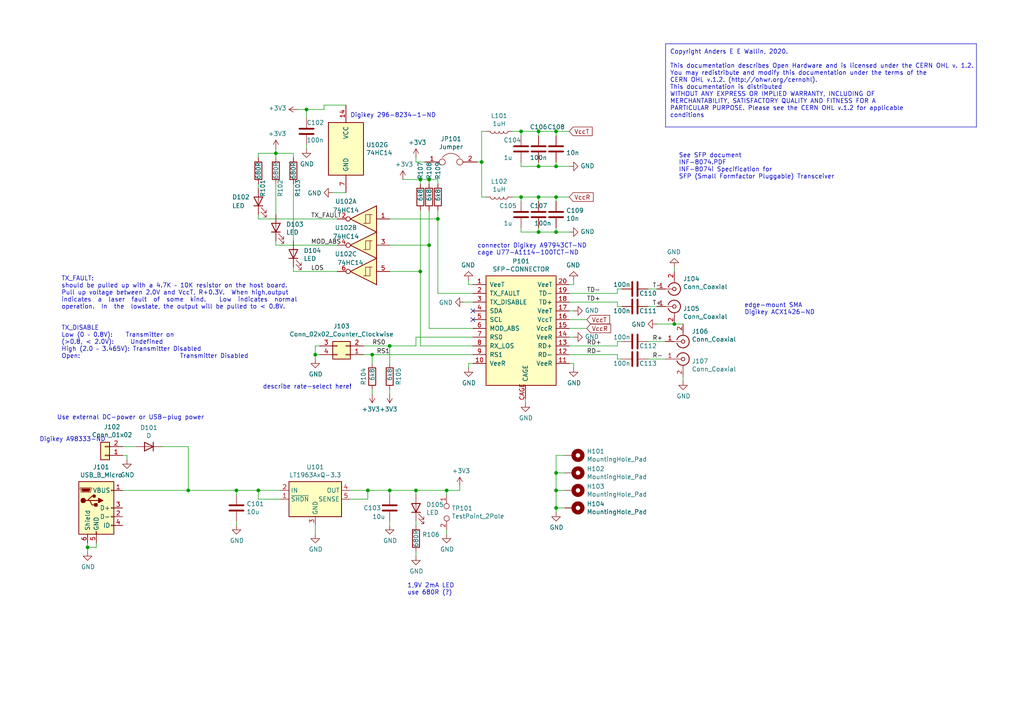
<source format=kicad_sch>
(kicad_sch (version 20230121) (generator eeschema)
  (paper "A4")
  (title_block (title "SFP Breakout Board") (rev "2018.11") (company "Anders.e.e.Wallin \"at\" gmail.com") (comment 1 "1st PCB-run 2018-11-25"))
  (lib_symbols
    (symbol "74xx:74HC14" (pin_names (offset 1.016))
      (property "Reference" "U" (at 0 1.27 0))
      (property "Value" "74HC14" (at 0 -1.27 0))
      (symbol "74HC14_1_0"
        (polyline (pts (xy -3.81 3.81) (xy -3.81 -3.81) (xy 3.81 0) (xy -3.81 3.81)) (stroke (width 0.254)) (fill (type background)))
        (pin input line (at -7.62 0 0) (length 3.81) (name "~") (number "1"))
        (pin output inverted (at 7.62 0 180) (length 3.81) (name "~") (number "2"))
      )
      (symbol "74HC14_1_1"
        (polyline (pts (xy -1.905 -1.27) (xy -1.905 1.27) (xy -0.635 1.27)))
        (polyline (pts (xy -2.54 -1.27) (xy -0.635 -1.27) (xy -0.635 1.27) (xy 0 1.27)))
      )
      (symbol "74HC14_2_0"
        (polyline (pts (xy -3.81 3.81) (xy -3.81 -3.81) (xy 3.81 0) (xy -3.81 3.81)) (stroke (width 0.254)) (fill (type background)))
        (pin input line (at -7.62 0 0) (length 3.81) (name "~") (number "3"))
        (pin output inverted (at 7.62 0 180) (length 3.81) (name "~") (number "4"))
      )
      (symbol "74HC14_2_1"
        (polyline (pts (xy -1.905 -1.27) (xy -1.905 1.27) (xy -0.635 1.27)))
        (polyline (pts (xy -2.54 -1.27) (xy -0.635 -1.27) (xy -0.635 1.27) (xy 0 1.27)))
      )
      (symbol "74HC14_3_0"
        (polyline (pts (xy -3.81 3.81) (xy -3.81 -3.81) (xy 3.81 0) (xy -3.81 3.81)) (stroke (width 0.254)) (fill (type background)))
        (pin input line (at -7.62 0 0) (length 3.81) (name "~") (number "5"))
        (pin output inverted (at 7.62 0 180) (length 3.81) (name "~") (number "6"))
      )
      (symbol "74HC14_3_1"
        (polyline (pts (xy -1.905 -1.27) (xy -1.905 1.27) (xy -0.635 1.27)))
        (polyline (pts (xy -2.54 -1.27) (xy -0.635 -1.27) (xy -0.635 1.27) (xy 0 1.27)))
      )
      (symbol "74HC14_4_0"
        (polyline (pts (xy -3.81 3.81) (xy -3.81 -3.81) (xy 3.81 0) (xy -3.81 3.81)) (stroke (width 0.254)) (fill (type background)))
        (pin output inverted (at 7.62 0 180) (length 3.81) (name "~") (number "8"))
        (pin input line (at -7.62 0 0) (length 3.81) (name "~") (number "9"))
      )
      (symbol "74HC14_4_1"
        (polyline (pts (xy -1.905 -1.27) (xy -1.905 1.27) (xy -0.635 1.27)))
        (polyline (pts (xy -2.54 -1.27) (xy -0.635 -1.27) (xy -0.635 1.27) (xy 0 1.27)))
      )
      (symbol "74HC14_5_0"
        (polyline (pts (xy -3.81 3.81) (xy -3.81 -3.81) (xy 3.81 0) (xy -3.81 3.81)) (stroke (width 0.254)) (fill (type background)))
        (pin output inverted (at 7.62 0 180) (length 3.81) (name "~") (number "10"))
        (pin input line (at -7.62 0 0) (length 3.81) (name "~") (number "11"))
      )
      (symbol "74HC14_5_1"
        (polyline (pts (xy -1.905 -1.27) (xy -1.905 1.27) (xy -0.635 1.27)))
        (polyline (pts (xy -2.54 -1.27) (xy -0.635 -1.27) (xy -0.635 1.27) (xy 0 1.27)))
      )
      (symbol "74HC14_6_0"
        (polyline (pts (xy -3.81 3.81) (xy -3.81 -3.81) (xy 3.81 0) (xy -3.81 3.81)) (stroke (width 0.254)) (fill (type background)))
        (pin output inverted (at 7.62 0 180) (length 3.81) (name "~") (number "12"))
        (pin input line (at -7.62 0 0) (length 3.81) (name "~") (number "13"))
      )
      (symbol "74HC14_6_1"
        (polyline (pts (xy -1.905 -1.27) (xy -1.905 1.27) (xy -0.635 1.27)))
        (polyline (pts (xy -2.54 -1.27) (xy -0.635 -1.27) (xy -0.635 1.27) (xy 0 1.27)))
      )
      (symbol "74HC14_7_0"
        (pin power_in line (at 0 12.7 270) (length 5.08) (name "VCC") (number "14"))
        (pin power_in line (at 0 -12.7 90) (length 5.08) (name "GND") (number "7"))
      )
      (symbol "74HC14_7_1"
        (rectangle (start -5.08 7.62) (end 5.08 -7.62) (stroke (width 0.254)) (fill (type background)))
      )
    )
    (symbol "Connector:Conn_Coaxial" (pin_names (offset 1.016) hide)
      (property "Reference" "J" (at 0.254 3.048 0))
      (property "Value" "Conn_Coaxial" (at 2.921 0 90))
      (symbol "Conn_Coaxial_0_1"
        (arc (start -1.778 -0.508) (mid 0.2311 -1.8066) (end 1.778 0) (stroke (width 0.254)))
        (polyline (pts (xy -2.54 0) (xy -0.508 0)))
        (polyline (pts (xy 0 -2.54) (xy 0 -1.778)))
        (circle (center 0 0) (radius 0.508) (stroke (width 0.2032)))
        (arc (start 1.778 0) (mid 0.2099 1.8101) (end -1.778 0.508) (stroke (width 0.254)))
      )
      (symbol "Conn_Coaxial_1_1"
        (pin passive line (at -5.08 0 0) (length 2.54) (name "In") (number "1"))
        (pin passive line (at 0 -5.08 90) (length 2.54) (name "Ext") (number "2"))
      )
    )
    (symbol "Connector:TestPoint_2Pole" (pin_names (offset 0.762) hide)
      (property "Reference" "TP" (at 0 1.524 0))
      (property "Value" "TestPoint_2Pole" (at 0 -1.778 0))
      (symbol "TestPoint_2Pole_0_1"
        (circle (center -1.778 0) (radius 0.762))
        (circle (center 1.778 0) (radius 0.762))
        (pin passive line (at -5.08 0 0) (length 2.54) (name "1") (number "1"))
        (pin passive line (at 5.08 0 180) (length 2.54) (name "2") (number "2"))
      )
    )
    (symbol "Connector_Generic:Conn_01x02" (pin_names (offset 1.016) hide)
      (property "Reference" "J" (at 0 2.54 0))
      (property "Value" "Conn_01x02" (at 0 -5.08 0))
      (symbol "Conn_01x02_1_1"
        (rectangle (start -1.27 -2.413) (end 0 -2.667) (stroke (width 0.1524)))
        (rectangle (start -1.27 0.127) (end 0 -0.127) (stroke (width 0.1524)))
        (rectangle (start -1.27 1.27) (end 1.27 -3.81) (stroke (width 0.254)) (fill (type background)))
        (pin passive line (at -5.08 0 0) (length 3.81) (name "Pin_1") (number "1"))
        (pin passive line (at -5.08 -2.54 0) (length 3.81) (name "Pin_2") (number "2"))
      )
    )
    (symbol "Connector_Generic:Conn_02x02_Counter_Clockwise" (pin_names (offset 1.016) hide)
      (property "Reference" "J" (at 1.27 2.54 0))
      (property "Value" "Conn_02x02_Counter_Clockwise" (at 1.27 -5.08 0))
      (symbol "Conn_02x02_Counter_Clockwise_1_1"
        (rectangle (start -1.27 -2.413) (end 0 -2.667) (stroke (width 0.1524)))
        (rectangle (start -1.27 0.127) (end 0 -0.127) (stroke (width 0.1524)))
        (rectangle (start -1.27 1.27) (end 3.81 -3.81) (stroke (width 0.254)) (fill (type background)))
        (rectangle (start 3.81 -2.413) (end 2.54 -2.667) (stroke (width 0.1524)))
        (rectangle (start 3.81 0.127) (end 2.54 -0.127) (stroke (width 0.1524)))
        (pin passive line (at -5.08 0 0) (length 3.81) (name "Pin_1") (number "1"))
        (pin passive line (at -5.08 -2.54 0) (length 3.81) (name "Pin_2") (number "2"))
        (pin passive line (at 7.62 -2.54 180) (length 3.81) (name "Pin_3") (number "3"))
        (pin passive line (at 7.62 0 180) (length 3.81) (name "Pin_4") (number "4"))
      )
    )
    (symbol "Device:C" (pin_numbers hide) (pin_names (offset 0.254))
      (property "Reference" "C" (at 0.635 2.54 0))
      (property "Value" "C" (at 0.635 -2.54 0))
      (symbol "C_0_1"
        (polyline (pts (xy -2.032 -0.762) (xy 2.032 -0.762)) (stroke (width 0.508)))
        (polyline (pts (xy -2.032 0.762) (xy 2.032 0.762)) (stroke (width 0.508)))
      )
      (symbol "C_1_1"
        (pin passive line (at 0 3.81 270) (length 2.794) (name "~") (number "1"))
        (pin passive line (at 0 -3.81 90) (length 2.794) (name "~") (number "2"))
      )
    )
    (symbol "Device:D" (pin_numbers hide) (pin_names (offset 1.016) hide)
      (property "Reference" "D" (at 0 2.54 0))
      (property "Value" "D" (at 0 -2.54 0))
      (symbol "D_0_1"
        (polyline (pts (xy -1.27 1.27) (xy -1.27 -1.27)) (stroke (width 0.254)))
        (polyline (pts (xy 1.27 0) (xy -1.27 0)))
        (polyline (pts (xy 1.27 1.27) (xy 1.27 -1.27) (xy -1.27 0) (xy 1.27 1.27)) (stroke (width 0.254)))
      )
      (symbol "D_1_1"
        (pin passive line (at -3.81 0 0) (length 2.54) (name "K") (number "1"))
        (pin passive line (at 3.81 0 180) (length 2.54) (name "A") (number "2"))
      )
    )
    (symbol "Device:L" (pin_numbers hide) (pin_names (offset 1.016) hide)
      (property "Reference" "L" (at -1.27 0 90))
      (property "Value" "L" (at 1.905 0 90))
      (symbol "L_0_1"
        (arc (start 0 -2.54) (mid 0.6323 -1.905) (end 0 -1.27))
        (arc (start 0 -1.27) (mid 0.6323 -0.635) (end 0 0))
        (arc (start 0 0) (mid 0.6323 0.635) (end 0 1.27))
        (arc (start 0 1.27) (mid 0.6323 1.905) (end 0 2.54))
      )
      (symbol "L_1_1"
        (pin passive line (at 0 3.81 270) (length 1.27) (name "1") (number "1"))
        (pin passive line (at 0 -3.81 90) (length 1.27) (name "2") (number "2"))
      )
    )
    (symbol "Device:LED" (pin_numbers hide) (pin_names (offset 1.016) hide)
      (property "Reference" "D" (at 0 2.54 0))
      (property "Value" "LED" (at 0 -2.54 0))
      (symbol "LED_0_1"
        (polyline (pts (xy -1.27 -1.27) (xy -1.27 1.27)) (stroke (width 0.254)))
        (polyline (pts (xy -1.27 0) (xy 1.27 0)))
        (polyline (pts (xy 1.27 -1.27) (xy 1.27 1.27) (xy -1.27 0) (xy 1.27 -1.27)) (stroke (width 0.254)))
        (polyline (pts (xy -3.048 -0.762) (xy -4.572 -2.286) (xy -3.81 -2.286) (xy -4.572 -2.286) (xy -4.572 -1.524)))
        (polyline (pts (xy -1.778 -0.762) (xy -3.302 -2.286) (xy -2.54 -2.286) (xy -3.302 -2.286) (xy -3.302 -1.524)))
      )
      (symbol "LED_1_1"
        (pin passive line (at -3.81 0 0) (length 2.54) (name "K") (number "1"))
        (pin passive line (at 3.81 0 180) (length 2.54) (name "A") (number "2"))
      )
    )
    (symbol "Device:R" (pin_numbers hide) (pin_names (offset 0))
      (property "Reference" "R" (at 2.032 0 90))
      (property "Value" "R" (at 0 0 90))
      (symbol "R_0_1"
        (rectangle (start -1.016 -2.54) (end 1.016 2.54) (stroke (width 0.254)))
      )
      (symbol "R_1_1"
        (pin passive line (at 0 3.81 270) (length 1.27) (name "~") (number "1"))
        (pin passive line (at 0 -3.81 90) (length 1.27) (name "~") (number "2"))
      )
    )
    (symbol "Mechanical:MountingHole_Pad" (pin_numbers hide) (pin_names (offset 1.016) hide)
      (property "Reference" "H" (at 0 6.35 0))
      (property "Value" "MountingHole_Pad" (at 0 4.445 0))
      (symbol "MountingHole_Pad_0_1"
        (circle (center 0 1.27) (radius 1.27) (stroke (width 1.27)))
      )
      (symbol "MountingHole_Pad_1_1"
        (pin input line (at 0 -2.54 90) (length 2.54) (name "1") (number "1"))
      )
    )
    (symbol "Regulator_Linear:LT1963AxQ-3.3"
      (property "Reference" "U" (at -7.62 6.35 0))
      (property "Value" "LT1963AxQ-3.3" (at -1.27 6.35 0))
      (symbol "LT1963AxQ-3.3_0_1"
        (rectangle (start -7.62 5.08) (end 7.62 -5.08) (stroke (width 0.254)) (fill (type background)))
      )
      (symbol "LT1963AxQ-3.3_1_1"
        (pin input line (at -10.16 0 0) (length 2.54) (name "~{SHDN}") (number "1"))
        (pin power_in line (at -10.16 2.54 0) (length 2.54) (name "IN") (number "2"))
        (pin power_in line (at 0 -7.62 90) (length 2.54) (name "GND") (number "3"))
        (pin power_out line (at 10.16 2.54 180) (length 2.54) (name "OUT") (number "4"))
        (pin input line (at 10.16 0 180) (length 2.54) (name "SENSE") (number "5"))
      )
    )
    (symbol "SFP_breakout-rescue:Jumper-Device" (pin_names (offset 0.762) hide)
      (property "Reference" "JP" (at 0 3.81 0))
      (property "Value" "Jumper-Device" (at 0 -2.032 0))
      (symbol "Jumper-Device_0_1"
        (circle (center -2.54 0) (radius 0.889))
        (arc (start 2.5146 1.27) (mid 0.0078 2.5097) (end -2.4892 1.27))
        (circle (center 2.54 0) (radius 0.889))
        (pin passive line (at -7.62 0 0) (length 4.191) (name "1") (number "1"))
        (pin passive line (at 7.62 0 180) (length 4.191) (name "2") (number "2"))
      )
    )
    (symbol "SFP_breakout-rescue:SFP-CONNECTOR-awallin" (pin_names (offset 1.016))
      (property "Reference" "P" (at 0 27.94 0))
      (property "Value" "SFP-CONNECTOR-awallin" (at 10.16 -7.62 0))
      (symbol "SFP-CONNECTOR-awallin_0_1"
        (rectangle (start -11.43 25.4) (end 8.89 -6.35) (stroke (width 0.254)) (fill (type background)))
      )
      (symbol "SFP-CONNECTOR-awallin_1_1"
        (pin power_in line (at -15.24 22.86 0) (length 3.81) (name "VeeT") (number "1"))
        (pin power_in line (at -15.24 0 0) (length 3.81) (name "VeeR") (number "10"))
        (pin power_in line (at 12.7 0 180) (length 3.81) (name "VeeR") (number "11"))
        (pin output line (at 12.7 2.54 180) (length 3.81) (name "RD-") (number "12"))
        (pin output line (at 12.7 5.08 180) (length 3.81) (name "RD+") (number "13"))
        (pin power_in line (at 12.7 7.62 180) (length 3.81) (name "VeeR") (number "14"))
        (pin power_in line (at 12.7 10.16 180) (length 3.81) (name "VccR") (number "15"))
        (pin power_in line (at 12.7 12.7 180) (length 3.81) (name "VccT") (number "16"))
        (pin power_in line (at 12.7 15.24 180) (length 3.81) (name "VeeT") (number "17"))
        (pin input line (at 12.7 17.78 180) (length 3.81) (name "TD+") (number "18"))
        (pin input line (at 12.7 20.32 180) (length 3.81) (name "TD-") (number "19"))
        (pin output line (at -15.24 20.32 0) (length 3.81) (name "TX_FAULT") (number "2"))
        (pin power_in line (at 12.7 22.86 180) (length 3.81) (name "VeeT") (number "20"))
        (pin input line (at -15.24 17.78 0) (length 3.81) (name "TX_DISABLE") (number "3"))
        (pin bidirectional line (at -15.24 15.24 0) (length 3.81) (name "SDA") (number "4"))
        (pin bidirectional line (at -15.24 12.7 0) (length 3.81) (name "SCL") (number "5"))
        (pin passive line (at -15.24 10.16 0) (length 3.81) (name "MOD_ABS") (number "6"))
        (pin input line (at -15.24 7.62 0) (length 3.81) (name "RS0") (number "7"))
        (pin output line (at -15.24 5.08 0) (length 3.81) (name "RX_LOS") (number "8"))
        (pin input line (at -15.24 2.54 0) (length 3.81) (name "RS1") (number "9"))
        (pin power_in line (at 0 -10.16 90) (length 3.81) (name "CAGE") (number "CAGE"))
      )
    )
    (symbol "SFP_breakout-rescue:USB_B_Micro-Connector" (pin_names (offset 1.016))
      (property "Reference" "J" (at -5.08 11.43 0))
      (property "Value" "USB_B_Micro-Connector" (at -5.08 8.89 0))
      (symbol "USB_B_Micro-Connector_0_1"
        (rectangle (start -5.08 -7.62) (end 5.08 7.62) (stroke (width 0.254)) (fill (type background)))
        (circle (center -3.81 2.159) (radius 0.635) (stroke (width 0.254)) (fill (type outline)))
        (circle (center -0.635 3.429) (radius 0.381) (stroke (width 0.254)) (fill (type outline)))
        (rectangle (start -0.127 -7.62) (end 0.127 -6.858))
        (polyline (pts (xy -1.905 2.159) (xy 0.635 2.159)) (stroke (width 0.254)))
        (polyline (pts (xy -3.175 2.159) (xy -2.54 2.159) (xy -1.27 3.429) (xy -0.635 3.429)) (stroke (width 0.254)))
        (polyline (pts (xy -2.54 2.159) (xy -1.905 2.159) (xy -1.27 0.889) (xy 0 0.889)) (stroke (width 0.254)))
        (polyline (pts (xy 0.635 2.794) (xy 0.635 1.524) (xy 1.905 2.159) (xy 0.635 2.794)) (stroke (width 0.254)) (fill (type outline)))
        (polyline (pts (xy -4.318 5.588) (xy -1.778 5.588) (xy -2.032 4.826) (xy -4.064 4.826) (xy -4.318 5.588)) (fill (type outline)))
        (polyline (pts (xy -4.699 5.842) (xy -4.699 5.588) (xy -4.445 4.826) (xy -4.445 4.572) (xy -1.651 4.572) (xy -1.651 4.826) (xy -1.397 5.588) (xy -1.397 5.842) (xy -4.699 5.842)))
        (rectangle (start 0.254 1.27) (end -0.508 0.508) (stroke (width 0.254)) (fill (type outline)))
        (rectangle (start 5.08 -5.207) (end 4.318 -4.953))
        (rectangle (start 5.08 -2.667) (end 4.318 -2.413))
        (rectangle (start 5.08 -0.127) (end 4.318 0.127))
        (rectangle (start 5.08 4.953) (end 4.318 5.207))
      )
      (symbol "USB_B_Micro-Connector_1_1"
        (pin power_out line (at 7.62 5.08 180) (length 2.54) (name "VBUS") (number "1"))
        (pin passive line (at 7.62 -2.54 180) (length 2.54) (name "D-") (number "2"))
        (pin passive line (at 7.62 0 180) (length 2.54) (name "D+") (number "3"))
        (pin passive line (at 7.62 -5.08 180) (length 2.54) (name "ID") (number "4"))
        (pin power_out line (at 0 -10.16 90) (length 2.54) (name "GND") (number "5"))
        (pin passive line (at -2.54 -10.16 90) (length 2.54) (name "Shield") (number "6"))
      )
    )
    (symbol "power:+3V3" (power) (pin_names (offset 0))
      (property "Value" "+3V3" (at 0 3.556 0))
      (symbol "+3V3_0_1"
        (polyline (pts (xy -0.762 1.27) (xy 0 2.54)))
        (polyline (pts (xy 0 0) (xy 0 2.54)))
        (polyline (pts (xy 0 2.54) (xy 0.762 1.27)))
      )
      (symbol "+3V3_1_1"
        (pin power_in line (at 0 0 90) (length 0) hide (name "+3V3") (number "1"))
      )
    )
    (symbol "power:GND" (power) (pin_names (offset 0))
      (property "Value" "GND" (at 0 -3.81 0))
      (symbol "GND_0_1"
        (polyline (pts (xy 0 0) (xy 0 -1.27) (xy 1.27 -1.27) (xy 0 -2.54) (xy -1.27 -1.27) (xy 0 -1.27)))
      )
      (symbol "GND_1_1"
        (pin power_in line (at 0 0 270) (length 0) hide (name "GND") (number "1"))
      )
    )
  )
  (junction (at 127 63.5))
  (junction (at 151.13 38.1))
  (junction (at 161.29 137.16))
  (junction (at 25.4 158.75))
  (junction (at 156.21 57.15))
  (junction (at 113.03 100.33))
  (junction (at 106.68 142.24))
  (junction (at 156.21 48.26))
  (junction (at 161.29 67.31))
  (junction (at 74.93 142.24))
  (junction (at 124.46 52.07))
  (junction (at 161.29 38.1))
  (junction (at 120.65 142.24))
  (junction (at 68.58 142.24))
  (junction (at 129.54 142.24))
  (junction (at 121.92 52.07))
  (junction (at 151.13 57.15))
  (junction (at 80.01 44.45))
  (junction (at 121.92 78.74))
  (junction (at 124.46 71.12))
  (junction (at 161.29 57.15))
  (junction (at 88.9 31.75))
  (junction (at 91.44 102.87))
  (junction (at 107.95 102.87))
  (junction (at 139.7 46.99))
  (junction (at 113.03 142.24))
  (junction (at 161.29 48.26))
  (junction (at 161.29 147.32))
  (junction (at 161.29 142.24))
  (junction (at 195.58 93.98))
  (junction (at 156.21 67.31))
  (junction (at 156.21 38.1))
  (junction (at 54.61 142.24))
  (no_connect (at 137.16 90.17))
  (no_connect (at 137.16 92.71))
  (wire (pts (xy 135.89 105.41) (xy 135.89 106.68)))
  (polyline (pts (xy 283.21 36.83) (xy 193.04 36.83)))
  (wire (pts (xy 91.44 100.33) (xy 91.44 102.87)))
  (wire (pts (xy 179.07 87.63) (xy 165.1 87.63)))
  (wire (pts (xy 80.01 44.45) (xy 74.93 44.45)))
  (wire (pts (xy 139.7 46.99) (xy 139.7 57.15)))
  (wire (pts (xy 35.56 129.54) (xy 39.37 129.54)))
  (wire (pts (xy 92.71 100.33) (xy 91.44 100.33)))
  (polyline (pts (xy 193.04 36.83) (xy 193.04 12.7)))
  (wire (pts (xy 161.29 137.16) (xy 161.29 142.24)))
  (wire (pts (xy 151.13 57.15) (xy 156.21 57.15)))
  (wire (pts (xy 156.21 48.26) (xy 156.21 46.99)))
  (wire (pts (xy 163.83 137.16) (xy 161.29 137.16)))
  (wire (pts (xy 180.34 83.82) (xy 179.07 83.82)))
  (wire (pts (xy 179.07 104.14) (xy 179.07 102.87)))
  (wire (pts (xy 156.21 48.26) (xy 151.13 48.26)))
  (wire (pts (xy 120.65 152.4) (xy 120.65 151.13)))
  (wire (pts (xy 129.54 142.24) (xy 133.35 142.24)))
  (wire (pts (xy 81.28 144.78) (xy 74.93 144.78)))
  (wire (pts (xy 193.04 104.14) (xy 187.96 104.14)))
  (wire (pts (xy 68.58 142.24) (xy 54.61 142.24)))
  (wire (pts (xy 151.13 58.42) (xy 151.13 57.15)))
  (wire (pts (xy 161.29 147.32) (xy 161.29 148.59)))
  (wire (pts (xy 179.07 85.09) (xy 165.1 85.09)))
  (wire (pts (xy 129.54 154.94) (xy 129.54 153.67)))
  (wire (pts (xy 190.5 83.82) (xy 187.96 83.82)))
  (wire (pts (xy 195.58 93.98) (xy 190.5 93.98)))
  (wire (pts (xy 124.46 53.34) (xy 124.46 52.07)))
  (wire (pts (xy 161.29 38.1) (xy 165.1 38.1)))
  (wire (pts (xy 161.29 48.26) (xy 156.21 48.26)))
  (wire (pts (xy 179.07 99.06) (xy 179.07 100.33)))
  (wire (pts (xy 151.13 67.31) (xy 151.13 66.04)))
  (wire (pts (xy 179.07 102.87) (xy 165.1 102.87)))
  (wire (pts (xy 165.1 48.26) (xy 161.29 48.26)))
  (wire (pts (xy 80.01 45.72) (xy 80.01 44.45)))
  (wire (pts (xy 80.01 44.45) (xy 80.01 43.18)))
  (wire (pts (xy 198.12 110.49) (xy 198.12 109.22)))
  (wire (pts (xy 74.93 142.24) (xy 68.58 142.24)))
  (wire (pts (xy 156.21 38.1) (xy 161.29 38.1)))
  (wire (pts (xy 156.21 67.31) (xy 151.13 67.31)))
  (wire (pts (xy 97.79 78.74) (xy 85.09 78.74)))
  (wire (pts (xy 127 63.5) (xy 113.03 63.5)))
  (wire (pts (xy 166.37 90.17) (xy 165.1 90.17)))
  (wire (pts (xy 137.16 82.55) (xy 135.89 82.55)))
  (wire (pts (xy 97.79 71.12) (xy 80.01 71.12)))
  (wire (pts (xy 85.09 78.74) (xy 85.09 77.47)))
  (wire (pts (xy 27.94 158.75) (xy 25.4 158.75)))
  (wire (pts (xy 88.9 34.29) (xy 88.9 31.75)))
  (wire (pts (xy 85.09 69.85) (xy 85.09 53.34)))
  (wire (pts (xy 165.1 82.55) (xy 166.37 82.55)))
  (wire (pts (xy 129.54 143.51) (xy 129.54 142.24)))
  (wire (pts (xy 105.41 100.33) (xy 113.03 100.33)))
  (wire (pts (xy 139.7 38.1) (xy 139.7 46.99)))
  (wire (pts (xy 25.4 157.48) (xy 25.4 158.75)))
  (wire (pts (xy 198.12 93.98) (xy 195.58 93.98)))
  (wire (pts (xy 135.89 82.55) (xy 135.89 81.28)))
  (wire (pts (xy 113.03 100.33) (xy 120.65 100.33)))
  (wire (pts (xy 88.9 43.18) (xy 88.9 41.91)))
  (wire (pts (xy 100.33 30.48) (xy 93.98 30.48)))
  (wire (pts (xy 120.65 142.24) (xy 129.54 142.24)))
  (wire (pts (xy 80.01 71.12) (xy 80.01 69.85)))
  (wire (pts (xy 127 85.09) (xy 127 63.5)))
  (wire (pts (xy 124.46 71.12) (xy 113.03 71.12)))
  (wire (pts (xy 91.44 152.4) (xy 91.44 154.94)))
  (wire (pts (xy 54.61 142.24) (xy 35.56 142.24)))
  (wire (pts (xy 161.29 67.31) (xy 156.21 67.31)))
  (wire (pts (xy 137.16 97.79) (xy 120.65 97.79)))
  (wire (pts (xy 100.33 55.88) (xy 96.52 55.88)))
  (wire (pts (xy 35.56 132.08) (xy 36.83 132.08)))
  (wire (pts (xy 101.6 144.78) (xy 106.68 144.78)))
  (wire (pts (xy 165.1 67.31) (xy 161.29 67.31)))
  (wire (pts (xy 156.21 39.37) (xy 156.21 38.1)))
  (wire (pts (xy 166.37 82.55) (xy 166.37 81.28)))
  (wire (pts (xy 156.21 57.15) (xy 161.29 57.15)))
  (wire (pts (xy 74.93 144.78) (xy 74.93 142.24)))
  (wire (pts (xy 148.59 57.15) (xy 151.13 57.15)))
  (wire (pts (xy 113.03 152.4) (xy 113.03 151.13)))
  (wire (pts (xy 180.34 99.06) (xy 179.07 99.06)))
  (wire (pts (xy 120.65 161.29) (xy 120.65 160.02)))
  (wire (pts (xy 165.1 105.41) (xy 166.37 105.41)))
  (polyline (pts (xy 193.04 12.7) (xy 283.21 12.7)))
  (wire (pts (xy 137.16 105.41) (xy 135.89 105.41)))
  (wire (pts (xy 124.46 52.07) (xy 121.92 52.07)))
  (wire (pts (xy 91.44 102.87) (xy 91.44 104.14)))
  (wire (pts (xy 81.28 142.24) (xy 74.93 142.24)))
  (wire (pts (xy 101.6 142.24) (xy 106.68 142.24)))
  (wire (pts (xy 107.95 102.87) (xy 137.16 102.87)))
  (wire (pts (xy 121.92 78.74) (xy 113.03 78.74)))
  (wire (pts (xy 93.98 31.75) (xy 88.9 31.75)))
  (wire (pts (xy 25.4 158.75) (xy 25.4 160.02)))
  (wire (pts (xy 68.58 143.51) (xy 68.58 142.24)))
  (wire (pts (xy 74.93 54.61) (xy 74.93 53.34)))
  (wire (pts (xy 163.83 132.08) (xy 161.29 132.08)))
  (wire (pts (xy 156.21 67.31) (xy 156.21 66.04)))
  (wire (pts (xy 121.92 53.34) (xy 121.92 52.07)))
  (wire (pts (xy 137.16 95.25) (xy 124.46 95.25)))
  (wire (pts (xy 139.7 46.99) (xy 138.43 46.99)))
  (wire (pts (xy 113.03 114.3) (xy 113.03 113.03)))
  (wire (pts (xy 166.37 105.41) (xy 166.37 106.68)))
  (wire (pts (xy 163.83 142.24) (xy 161.29 142.24)))
  (wire (pts (xy 106.68 142.24) (xy 113.03 142.24)))
  (wire (pts (xy 121.92 100.33) (xy 121.92 78.74)))
  (wire (pts (xy 179.07 100.33) (xy 165.1 100.33)))
  (wire (pts (xy 80.01 62.23) (xy 80.01 53.34)))
  (wire (pts (xy 148.59 38.1) (xy 151.13 38.1)))
  (polyline (pts (xy 283.21 12.7) (xy 283.21 36.83)))
  (wire (pts (xy 161.29 67.31) (xy 161.29 66.04)))
  (wire (pts (xy 46.99 129.54) (xy 54.61 129.54)))
  (wire (pts (xy 170.18 92.71) (xy 165.1 92.71)))
  (wire (pts (xy 137.16 85.09) (xy 127 85.09)))
  (wire (pts (xy 152.4 116.84) (xy 152.4 115.57)))
  (wire (pts (xy 180.34 88.9) (xy 179.07 88.9)))
  (wire (pts (xy 68.58 152.4) (xy 68.58 151.13)))
  (wire (pts (xy 105.41 102.87) (xy 107.95 102.87)))
  (wire (pts (xy 195.58 78.74) (xy 195.58 77.47)))
  (wire (pts (xy 113.03 142.24) (xy 120.65 142.24)))
  (wire (pts (xy 124.46 60.96) (xy 124.46 71.12)))
  (wire (pts (xy 190.5 88.9) (xy 187.96 88.9)))
  (wire (pts (xy 113.03 143.51) (xy 113.03 142.24)))
  (wire (pts (xy 163.83 147.32) (xy 161.29 147.32)))
  (wire (pts (xy 107.95 114.3) (xy 107.95 113.03)))
  (wire (pts (xy 121.92 60.96) (xy 121.92 78.74)))
  (wire (pts (xy 161.29 142.24) (xy 161.29 147.32)))
  (wire (pts (xy 121.92 52.07) (xy 116.84 52.07)))
  (wire (pts (xy 120.65 143.51) (xy 120.65 142.24)))
  (wire (pts (xy 27.94 157.48) (xy 27.94 158.75)))
  (wire (pts (xy 74.93 44.45) (xy 74.93 45.72)))
  (wire (pts (xy 113.03 105.41) (xy 113.03 100.33)))
  (wire (pts (xy 161.29 57.15) (xy 165.1 57.15)))
  (wire (pts (xy 140.97 38.1) (xy 139.7 38.1)))
  (wire (pts (xy 161.29 48.26) (xy 161.29 46.99)))
  (wire (pts (xy 92.71 102.87) (xy 91.44 102.87)))
  (wire (pts (xy 140.97 57.15) (xy 139.7 57.15)))
  (wire (pts (xy 120.65 46.99) (xy 120.65 45.72)))
  (wire (pts (xy 97.79 63.5) (xy 74.93 63.5)))
  (wire (pts (xy 137.16 100.33) (xy 121.92 100.33)))
  (wire (pts (xy 179.07 83.82) (xy 179.07 85.09)))
  (wire (pts (xy 180.34 104.14) (xy 179.07 104.14)))
  (wire (pts (xy 85.09 45.72) (xy 85.09 44.45)))
  (wire (pts (xy 161.29 39.37) (xy 161.29 38.1)))
  (wire (pts (xy 166.37 97.79) (xy 165.1 97.79)))
  (wire (pts (xy 74.93 63.5) (xy 74.93 62.23)))
  (wire (pts (xy 85.09 44.45) (xy 80.01 44.45)))
  (wire (pts (xy 124.46 95.25) (xy 124.46 71.12)))
  (wire (pts (xy 107.95 105.41) (xy 107.95 102.87)))
  (wire (pts (xy 88.9 31.75) (xy 86.36 31.75)))
  (wire (pts (xy 161.29 132.08) (xy 161.29 137.16)))
  (wire (pts (xy 127 52.07) (xy 124.46 52.07)))
  (wire (pts (xy 127 60.96) (xy 127 63.5)))
  (wire (pts (xy 133.35 142.24) (xy 133.35 140.97)))
  (wire (pts (xy 151.13 39.37) (xy 151.13 38.1)))
  (wire (pts (xy 170.18 95.25) (xy 165.1 95.25)))
  (wire (pts (xy 179.07 88.9) (xy 179.07 87.63)))
  (wire (pts (xy 193.04 99.06) (xy 187.96 99.06)))
  (wire (pts (xy 137.16 87.63) (xy 134.62 87.63)))
  (wire (pts (xy 161.29 58.42) (xy 161.29 57.15)))
  (wire (pts (xy 54.61 129.54) (xy 54.61 142.24)))
  (wire (pts (xy 127 52.07) (xy 127 53.34)))
  (wire (pts (xy 123.19 46.99) (xy 120.65 46.99)))
  (wire (pts (xy 93.98 30.48) (xy 93.98 31.75)))
  (wire (pts (xy 120.65 100.33) (xy 120.65 97.79)))
  (wire (pts (xy 156.21 58.42) (xy 156.21 57.15)))
  (wire (pts (xy 151.13 48.26) (xy 151.13 46.99)))
  (wire (pts (xy 106.68 144.78) (xy 106.68 142.24)))
  (wire (pts (xy 36.83 132.08) (xy 36.83 133.35)))
  (wire (pts (xy 151.13 38.1) (xy 156.21 38.1)))
  (text "Digikey 296-8234-1-ND\n" (at 101.6 34.29 0) (effects (font (size 1.27 1.27)) (justify left bottom)))
  (text "1,9V 2mA LED\nuse 680R (?)" (at 118.11 172.72 0) (effects (font (size 1.27 1.27)) (justify left bottom)))
  (text "Digikey A98333-ND\n" (at 11.43 128.27 0) (effects (font (size 1.27 1.27)) (justify left bottom)))
  (text "edge-mount SMA\nDigikey ACX1426-ND\n" (at 215.9 91.44 0) (effects (font (size 1.27 1.27)) (justify left bottom)))
  (text "describe rate-select here!" (at 76.2 113.03 0) (effects (font (size 1.27 1.27)) (justify left bottom)))
  (text "Copyright Anders E E Wallin, 2020.\n\nThis documentation describes Open Hardware and is licensed under the CERN OHL v. 1.2.\nYou may redistribute and modify this documentation under the terms of the \nCERN OHL v.1.2. (http://ohwr.org/cernohl). \nThis documentation is distributed\nWITHOUT ANY EXPRESS OR IMPLIED WARRANTY, INCLUDING OF\nMERCHANTABILITY, SATISFACTORY QUALITY AND FITNESS FOR A\nPARTICULAR PURPOSE. Please see the CERN OHL v.1.2 for applicable\nconditions" (at 194.31 34.29 0) (effects (font (size 1.27 1.27)) (justify left bottom)))
  (text "See SFP document\nINF-8074.PDF\nINF-8074i Specification for\nSFP (Small Formfactor Pluggable) Transceiver" (at 196.85 52.07 0) (effects (font (size 1.27 1.27)) (justify left bottom)))
  (text "connector Digikey A97943CT-ND\ncage U77-A1114-100TCT-ND\n\n" (at 138.43 76.2 0) (effects (font (size 1.27 1.27)) (justify left bottom)))
  (text "TX_FAULT:\nshould be pulled up with a 4.7K – 10K resistor on the host board. \nPull up voltage between 2.0V and VccT, R+0.3V.  When high,output \nindicates  a  laser  fault  of  some  kind.    Low  indicates  normal \noperation.  In  the  lowstate, the output will be pulled to < 0.8V.\n\n\nTX_DISABLE\nLow (0 – 0.8V):    Transmitter on\n(>0.8, < 2.0V):     Undefined\nHigh (2.0 – 3.465V): Transmitter Disabled\nOpen:                              Transmitter Disabled" (at 17.78 104.14 0) (effects (font (size 1.27 1.27)) (justify left bottom)))
  (text "Use external DC-power or USB-plug power" (at 16.51 121.92 0) (effects (font (size 1.27 1.27)) (justify left bottom)))
  (label "TX_FAULT" (at 90.17 63.5 0))
  (label "RS1" (at 109.22 102.87 0))
  (label "RS0" (at 107.95 100.33 0))
  (label "MOD_ABS" (at 90.17 71.12 0))
  (label "T-" (at 189.23 83.82 0))
  (label "TD+" (at 170.18 87.63 0))
  (label "LOS" (at 90.17 78.74 0))
  (label "T+" (at 189.23 88.9 0))
  (label "R+" (at 189.23 99.06 0))
  (label "RD-" (at 170.18 102.87 0))
  (label "RD+" (at 170.18 100.33 0))
  (label "TD-" (at 170.18 85.09 0))
  (label "R-" (at 189.23 104.14 0))
  (global_label "VccR" (shape input) (at 165.1 57.15 0) (property "Intersheetrefs" "${INTERSHEET_REFS}" (effects hide)))
  (global_label "VccT" (shape input) (at 170.18 92.71 0) (property "Intersheetrefs" "${INTERSHEET_REFS}" (effects hide)))
  (global_label "VccT" (shape input) (at 165.1 38.1 0) (property "Intersheetrefs" "${INTERSHEET_REFS}" (effects hide)))
  (global_label "VccR" (shape input) (at 170.18 95.25 0) (property "Intersheetrefs" "${INTERSHEET_REFS}" (effects hide)))
  (symbol (lib_id "SFP_breakout-rescue:SFP-CONNECTOR-awallin") (at 152.4 105.41 0) (unit 1)
    (property "Reference" "P101" (at 151.13 75.7682 0))
    (property "Value" "SFP-CONNECTOR" (at 151.13 78.0796 0))
    (property "Footprint" "awallinKiCadFootprints:Connector_SFP_and_Cage" (effects hide))
  )
  (symbol (lib_id "power:GND") (at 152.4 116.84 0) (unit 1)
    (property "Reference" "#PWR0101" (effects hide))
    (property "Value" "GND" (at 152.527 121.2342 0))
  )
  (symbol (lib_id "SFP_breakout-rescue:USB_B_Micro-Connector") (at 27.94 147.32 0) (unit 1)
    (property "Reference" "J101" (at 29.337 135.4582 0))
    (property "Value" "USB_B_Micro" (at 29.337 137.7696 0))
    (property "Footprint" "Connector_USB:USB_Micro-B_Molex-105017-0001" (effects hide))
  )
  (symbol (lib_id "Connector_Generic:Conn_01x02") (at 30.48 132.08 180) (unit 1)
    (property "Reference" "J102" (at 32.512 123.825 0))
    (property "Value" "Conn_01x02" (at 32.512 126.1364 0))
    (property "Footprint" "TerminalBlock_TE-Connectivity:TerminalBlock_TE_282834-2_1x02_P2.54mm_Horizontal" (effects hide))
  )
  (symbol (lib_id "power:GND") (at 25.4 160.02 0) (unit 1)
    (property "Reference" "#PWR0102" (effects hide))
    (property "Value" "GND" (at 25.527 164.4142 0))
  )
  (symbol (lib_id "power:GND") (at 91.44 154.94 0) (unit 1)
    (property "Reference" "#PWR0103" (effects hide))
    (property "Value" "GND" (at 91.567 159.3342 0))
  )
  (symbol (lib_id "Device:C") (at 68.58 147.32 0) (unit 1)
    (property "Reference" "C101" (at 71.501 146.1516 0) (effects (justify left)))
    (property "Value" "10u" (at 71.501 148.463 0) (effects (justify left)))
    (property "Footprint" "Capacitor_SMD:C_0805_2012Metric" (effects hide))
  )
  (symbol (lib_id "power:GND") (at 68.58 152.4 0) (unit 1)
    (property "Reference" "#PWR0104" (effects hide))
    (property "Value" "GND" (at 68.707 156.7942 0))
  )
  (symbol (lib_id "power:GND") (at 36.83 133.35 0) (unit 1)
    (property "Reference" "#PWR0105" (effects hide))
    (property "Value" "GND" (at 36.957 137.7442 0))
  )
  (symbol (lib_id "Device:D") (at 43.18 129.54 180) (unit 1)
    (property "Reference" "D101" (at 43.18 124.0536 0))
    (property "Value" "D" (at 43.18 126.365 0))
    (property "Footprint" "awallinKiCadFootprints:DIODE_DO-214BA" (effects hide))
  )
  (symbol (lib_id "Device:C") (at 113.03 147.32 0) (unit 1)
    (property "Reference" "C103" (at 105.41 147.32 0) (effects (justify left)))
    (property "Value" "10u" (at 107.95 149.86 0) (effects (justify left)))
    (property "Footprint" "Capacitor_SMD:C_0805_2012Metric" (effects hide))
  )
  (symbol (lib_id "Device:LED") (at 120.65 147.32 90) (unit 1)
    (property "Reference" "D105" (at 123.6218 146.3548 90) (effects (justify right)))
    (property "Value" "LED" (at 123.6218 148.6662 90) (effects (justify right)))
    (property "Footprint" "LED_SMD:LED_0805_2012Metric" (effects hide))
  )
  (symbol (lib_id "Device:R") (at 120.65 156.21 0) (unit 1)
    (property "Reference" "R106" (at 122.428 155.0416 0) (effects (justify left)))
    (property "Value" "680R" (at 120.65 158.75 90) (effects (justify left)))
    (property "Footprint" "Resistor_SMD:R_0805_2012Metric" (effects hide))
  )
  (symbol (lib_id "power:GND") (at 120.65 161.29 0) (unit 1)
    (property "Reference" "#PWR0106" (effects hide))
    (property "Value" "GND" (at 120.777 165.6842 0))
  )
  (symbol (lib_id "power:+3V3") (at 133.35 140.97 0) (unit 1)
    (property "Reference" "#PWR0107" (effects hide))
    (property "Value" "+3V3" (at 133.731 136.5758 0))
  )
  (symbol (lib_id "Connector:TestPoint_2Pole") (at 129.54 148.59 270) (unit 1)
    (property "Reference" "TP101" (at 131.0132 147.4216 90) (effects (justify left)))
    (property "Value" "TestPoint_2Pole" (at 131.0132 149.733 90) (effects (justify left)))
    (property "Footprint" "Connector_PinHeader_2.54mm:PinHeader_1x02_P2.54mm_Vertical" (effects hide))
  )
  (symbol (lib_id "power:GND") (at 129.54 154.94 0) (unit 1)
    (property "Reference" "#PWR0108" (effects hide))
    (property "Value" "GND" (at 129.667 159.3342 0))
  )
  (symbol (lib_id "power:GND") (at 113.03 152.4 0) (unit 1)
    (property "Reference" "#PWR0109" (effects hide))
    (property "Value" "GND" (at 113.157 156.7942 0))
  )
  (symbol (lib_id "power:GND") (at 135.89 106.68 0) (unit 1)
    (property "Reference" "#PWR0110" (effects hide))
    (property "Value" "GND" (at 136.017 111.0742 0))
  )
  (symbol (lib_id "power:GND") (at 135.89 81.28 180) (unit 1)
    (property "Reference" "#PWR0111" (effects hide))
    (property "Value" "GND" (at 135.763 76.8858 0))
  )
  (symbol (lib_id "power:GND") (at 166.37 81.28 180) (unit 1)
    (property "Reference" "#PWR0112" (effects hide))
    (property "Value" "GND" (at 166.243 76.8858 0))
  )
  (symbol (lib_id "power:GND") (at 166.37 106.68 0) (unit 1)
    (property "Reference" "#PWR0113" (effects hide))
    (property "Value" "GND" (at 166.497 111.0742 0))
  )
  (symbol (lib_id "power:GND") (at 166.37 97.79 90) (unit 1)
    (property "Reference" "#PWR0114" (effects hide))
    (property "Value" "GND" (at 169.6212 97.663 90) (effects (justify right)))
  )
  (symbol (lib_id "power:GND") (at 166.37 90.17 90) (unit 1)
    (property "Reference" "#PWR0115" (effects hide))
    (property "Value" "GND" (at 169.6212 90.043 90) (effects (justify right)))
  )
  (symbol (lib_id "Device:C") (at 184.15 88.9 270) (unit 1)
    (property "Reference" "C111" (at 187.96 90.17 90))
    (property "Value" "100n" (at 180.34 90.17 90))
    (property "Footprint" "Capacitor_SMD:C_0805_2012Metric" (effects hide))
  )
  (symbol (lib_id "Device:C") (at 184.15 83.82 270) (unit 1)
    (property "Reference" "C110" (at 187.96 85.09 90))
    (property "Value" "100n" (at 180.34 82.55 90))
    (property "Footprint" "Capacitor_SMD:C_0805_2012Metric" (effects hide))
  )
  (symbol (lib_id "Device:C") (at 184.15 104.14 270) (unit 1)
    (property "Reference" "C113" (at 187.96 105.41 90))
    (property "Value" "100n" (at 180.34 105.41 90))
    (property "Footprint" "Capacitor_SMD:C_0805_2012Metric" (effects hide))
  )
  (symbol (lib_id "Device:C") (at 184.15 99.06 270) (unit 1)
    (property "Reference" "C112" (at 187.96 100.33 90))
    (property "Value" "100n" (at 180.34 97.79 90))
    (property "Footprint" "Capacitor_SMD:C_0805_2012Metric" (effects hide))
  )
  (symbol (lib_id "Connector:Conn_Coaxial") (at 195.58 83.82 0) (mirror x) (unit 1)
    (property "Reference" "J104" (at 198.0946 80.8736 0) (effects (justify left)))
    (property "Value" "Conn_Coaxial" (at 198.0946 83.185 0) (effects (justify left)))
    (property "Footprint" "Connector_Coaxial:SMA_Amphenol_132289_EdgeMount" (effects hide))
    (property "Datasheet" " ~" (effects hide))
  )
  (symbol (lib_id "Connector:Conn_Coaxial") (at 195.58 88.9 0) (unit 1)
    (property "Reference" "J105" (at 198.0946 89.5096 0) (effects (justify left)))
    (property "Value" "Conn_Coaxial" (at 198.0946 91.821 0) (effects (justify left)))
    (property "Footprint" "Connector_Coaxial:SMA_Amphenol_132289_EdgeMount" (effects hide))
    (property "Datasheet" " ~" (effects hide))
  )
  (symbol (lib_id "Connector:Conn_Coaxial") (at 198.12 99.06 0) (mirror x) (unit 1)
    (property "Reference" "J106" (at 200.6346 96.1136 0) (effects (justify left)))
    (property "Value" "Conn_Coaxial" (at 200.6346 98.425 0) (effects (justify left)))
    (property "Footprint" "Connector_Coaxial:SMA_Amphenol_132289_EdgeMount" (effects hide))
    (property "Datasheet" " ~" (effects hide))
  )
  (symbol (lib_id "Connector:Conn_Coaxial") (at 198.12 104.14 0) (unit 1)
    (property "Reference" "J107" (at 200.6346 104.7496 0) (effects (justify left)))
    (property "Value" "Conn_Coaxial" (at 200.6346 107.061 0) (effects (justify left)))
    (property "Footprint" "Connector_Coaxial:SMA_Amphenol_132289_EdgeMount" (effects hide))
    (property "Datasheet" " ~" (effects hide))
  )
  (symbol (lib_id "power:GND") (at 190.5 93.98 270) (unit 1)
    (property "Reference" "#PWR0116" (effects hide))
    (property "Value" "GND" (at 187.2488 94.107 90) (effects (justify right)))
  )
  (symbol (lib_id "power:GND") (at 195.58 77.47 180) (unit 1)
    (property "Reference" "#PWR0117" (effects hide))
    (property "Value" "GND" (at 195.453 73.0758 0))
  )
  (symbol (lib_id "power:GND") (at 198.12 110.49 0) (unit 1)
    (property "Reference" "#PWR0118" (effects hide))
    (property "Value" "GND" (at 198.247 114.8842 0))
  )
  (symbol (lib_id "Device:C") (at 161.29 43.18 0) (unit 1)
    (property "Reference" "C108" (at 158.75 36.83 0) (effects (justify left)))
    (property "Value" "10n" (at 164.211 44.323 0) (effects (justify left)))
    (property "Footprint" "Capacitor_SMD:C_0805_2012Metric" (effects hide))
  )
  (symbol (lib_id "Device:C") (at 156.21 43.18 0) (unit 1)
    (property "Reference" "C106" (at 153.67 36.83 0) (effects (justify left)))
    (property "Value" "100n" (at 153.67 45.72 0) (effects (justify left)))
    (property "Footprint" "Capacitor_SMD:C_0805_2012Metric" (effects hide))
  )
  (symbol (lib_id "Device:C") (at 151.13 43.18 0) (unit 1)
    (property "Reference" "C104" (at 146.05 40.64 0) (effects (justify left)))
    (property "Value" "1u" (at 146.05 45.72 0) (effects (justify left)))
    (property "Footprint" "Capacitor_SMD:C_0805_2012Metric" (effects hide))
  )
  (symbol (lib_id "Device:L") (at 144.78 38.1 270) (unit 1)
    (property "Reference" "L101" (at 144.78 33.5788 90))
    (property "Value" "1uH" (at 144.78 35.8902 90))
    (property "Footprint" "Inductor_SMD:L_0805_2012Metric" (effects hide))
  )
  (symbol (lib_id "power:GND") (at 165.1 48.26 90) (unit 1)
    (property "Reference" "#PWR0119" (effects hide))
    (property "Value" "GND" (at 168.3512 48.133 90) (effects (justify right)))
  )
  (symbol (lib_id "power:+3V3") (at 120.65 45.72 0) (unit 1)
    (property "Reference" "#PWR0120" (effects hide))
    (property "Value" "+3V3" (at 121.031 41.3258 0))
  )
  (symbol (lib_id "Device:C") (at 161.29 62.23 0) (unit 1)
    (property "Reference" "C109" (at 164.211 61.0616 0) (effects (justify left)))
    (property "Value" "10n" (at 164.211 63.373 0) (effects (justify left)))
    (property "Footprint" "Capacitor_SMD:C_0805_2012Metric" (effects hide))
  )
  (symbol (lib_id "Device:C") (at 156.21 62.23 0) (unit 1)
    (property "Reference" "C107" (at 153.67 59.69 0) (effects (justify left)))
    (property "Value" "100n" (at 154.94 64.77 0) (effects (justify left)))
    (property "Footprint" "Capacitor_SMD:C_0805_2012Metric" (effects hide))
  )
  (symbol (lib_id "Device:C") (at 151.13 62.23 0) (unit 1)
    (property "Reference" "C105" (at 144.78 59.69 0) (effects (justify left)))
    (property "Value" "1u" (at 146.05 64.77 0) (effects (justify left)))
    (property "Footprint" "Capacitor_SMD:C_0805_2012Metric" (effects hide))
  )
  (symbol (lib_id "Device:L") (at 144.78 57.15 270) (unit 1)
    (property "Reference" "L102" (at 144.78 52.6288 90))
    (property "Value" "1uH" (at 144.78 54.9402 90))
    (property "Footprint" "Inductor_SMD:L_0805_2012Metric" (effects hide))
  )
  (symbol (lib_id "power:GND") (at 165.1 67.31 90) (unit 1)
    (property "Reference" "#PWR0121" (effects hide))
    (property "Value" "GND" (at 168.3512 67.183 90) (effects (justify right)))
  )
  (symbol (lib_id "Connector_Generic:Conn_02x02_Counter_Clockwise") (at 100.33 102.87 180) (unit 1)
    (property "Reference" "J103" (at 99.06 94.615 0))
    (property "Value" "Conn_02x02_Counter_Clockwise" (at 99.06 96.9264 0))
    (property "Footprint" "Connector_PinHeader_2.54mm:PinHeader_2x02_P2.54mm_Vertical" (effects hide))
  )
  (symbol (lib_id "power:GND") (at 91.44 104.14 0) (unit 1)
    (property "Reference" "#PWR0122" (effects hide))
    (property "Value" "GND" (at 91.567 108.5342 0))
  )
  (symbol (lib_id "Device:R") (at 107.95 109.22 0) (unit 1)
    (property "Reference" "R104" (at 105.41 111.76 90) (effects (justify left)))
    (property "Value" "6k8" (at 107.95 110.49 90) (effects (justify left)))
    (property "Footprint" "Resistor_SMD:R_0805_2012Metric" (effects hide))
  )
  (symbol (lib_id "Device:R") (at 113.03 109.22 0) (unit 1)
    (property "Reference" "R105" (at 115.57 111.76 90) (effects (justify left)))
    (property "Value" "6k8" (at 113.03 110.49 90) (effects (justify left)))
    (property "Footprint" "Resistor_SMD:R_0805_2012Metric" (effects hide))
  )
  (symbol (lib_id "power:+3V3") (at 113.03 114.3 180) (unit 1)
    (property "Reference" "#PWR0123" (effects hide))
    (property "Value" "+3V3" (at 112.649 118.6942 0))
  )
  (symbol (lib_id "power:+3V3") (at 107.95 114.3 180) (unit 1)
    (property "Reference" "#PWR0124" (effects hide))
    (property "Value" "+3V3" (at 107.569 118.6942 0))
  )
  (symbol (lib_id "power:GND") (at 134.62 87.63 270) (unit 1)
    (property "Reference" "#PWR0125" (effects hide))
    (property "Value" "GND" (at 131.3688 87.757 90) (effects (justify right)))
  )
  (symbol (lib_id "74xx:74HC14") (at 105.41 63.5 180) (unit 1)
    (property "Reference" "U102" (at 100.33 58.42 0))
    (property "Value" "74HC14" (at 100.33 60.96 0))
    (property "Footprint" "Package_SO:TSSOP-14_4.4x5mm_P0.65mm" (effects hide))
    (property "Datasheet" "http://www.ti.com/lit/gpn/sn74HC14" (effects hide))
  )
  (symbol (lib_id "74xx:74HC14") (at 105.41 71.12 180) (unit 2)
    (property "Reference" "U102" (at 100.33 66.04 0))
    (property "Value" "74HC14" (at 100.33 68.58 0))
    (property "Footprint" "Package_SO:TSSOP-14_4.4x5mm_P0.65mm" (effects hide))
    (property "Datasheet" "http://www.ti.com/lit/gpn/sn74HC14" (effects hide))
  )
  (symbol (lib_id "74xx:74HC14") (at 105.41 78.74 180) (unit 3)
    (property "Reference" "U102" (at 100.33 73.66 0))
    (property "Value" "74HC14" (at 101.6 76.2 0))
    (property "Footprint" "Package_SO:TSSOP-14_4.4x5mm_P0.65mm" (effects hide))
    (property "Datasheet" "http://www.ti.com/lit/gpn/sn74HC14" (effects hide))
  )
  (symbol (lib_id "74xx:74HC14") (at 100.33 43.18 0) (unit 7)
    (property "Reference" "U102" (at 106.172 42.0116 0) (effects (justify left)))
    (property "Value" "74HC14" (at 106.172 44.323 0) (effects (justify left)))
    (property "Footprint" "Package_SO:TSSOP-14_4.4x5mm_P0.65mm" (effects hide))
    (property "Datasheet" "http://www.ti.com/lit/gpn/sn74HC14" (effects hide))
  )
  (symbol (lib_id "power:+3V3") (at 86.36 31.75 90) (unit 1)
    (property "Reference" "#PWR0126" (effects hide))
    (property "Value" "+3V3" (at 83.1088 31.369 90) (effects (justify left)))
  )
  (symbol (lib_id "power:GND") (at 96.52 55.88 270) (unit 1)
    (property "Reference" "#PWR0127" (effects hide))
    (property "Value" "GND" (at 93.2688 56.007 90) (effects (justify right)))
  )
  (symbol (lib_id "Device:C") (at 88.9 38.1 0) (unit 1)
    (property "Reference" "C102" (at 88.9 35.56 0) (effects (justify left)))
    (property "Value" "100n" (at 88.9 40.64 0) (effects (justify left)))
    (property "Footprint" "Capacitor_SMD:C_0805_2012Metric" (effects hide))
  )
  (symbol (lib_id "power:GND") (at 88.9 43.18 0) (unit 1)
    (property "Reference" "#PWR0128" (effects hide))
    (property "Value" "GND" (at 89.027 47.5742 0))
  )
  (symbol (lib_id "Device:LED") (at 74.93 58.42 90) (unit 1)
    (property "Reference" "D102" (at 67.31 57.15 90) (effects (justify right)))
    (property "Value" "LED" (at 67.31 59.69 90) (effects (justify right)))
    (property "Footprint" "LED_SMD:LED_0805_2012Metric" (effects hide))
  )
  (symbol (lib_id "Device:LED") (at 80.01 66.04 90) (unit 1)
    (property "Reference" "D103" (at 82.9818 65.0748 90) (effects (justify right)))
    (property "Value" "LED" (at 82.9818 67.3862 90) (effects (justify right)))
    (property "Footprint" "LED_SMD:LED_0805_2012Metric" (effects hide))
  )
  (symbol (lib_id "Device:LED") (at 85.09 73.66 90) (unit 1)
    (property "Reference" "D104" (at 88.0618 72.6948 90) (effects (justify right)))
    (property "Value" "LED" (at 88.0618 75.0062 90) (effects (justify right)))
    (property "Footprint" "LED_SMD:LED_0805_2012Metric" (effects hide))
  )
  (symbol (lib_id "Device:R") (at 74.93 49.53 0) (unit 1)
    (property "Reference" "R101" (at 76.2 57.15 90) (effects (justify left)))
    (property "Value" "680R" (at 74.93 52.07 90) (effects (justify left)))
    (property "Footprint" "Resistor_SMD:R_0805_2012Metric" (effects hide))
  )
  (symbol (lib_id "Device:R") (at 80.01 49.53 0) (unit 1)
    (property "Reference" "R102" (at 81.28 57.15 90) (effects (justify left)))
    (property "Value" "680R" (at 80.01 52.07 90) (effects (justify left)))
    (property "Footprint" "Resistor_SMD:R_0805_2012Metric" (effects hide))
  )
  (symbol (lib_id "Device:R") (at 85.09 49.53 0) (unit 1)
    (property "Reference" "R103" (at 86.36 57.15 90) (effects (justify left)))
    (property "Value" "680R" (at 85.09 52.07 90) (effects (justify left)))
    (property "Footprint" "Resistor_SMD:R_0805_2012Metric" (effects hide))
  )
  (symbol (lib_id "power:+3V3") (at 80.01 43.18 0) (unit 1)
    (property "Reference" "#PWR0129" (effects hide))
    (property "Value" "+3V3" (at 80.391 38.7858 0))
  )
  (symbol (lib_id "SFP_breakout-rescue:Jumper-Device") (at 130.81 46.99 0) (unit 1)
    (property "Reference" "JP101" (at 130.81 40.2844 0))
    (property "Value" "Jumper" (at 130.81 42.5958 0))
    (property "Footprint" "Connector_PinHeader_2.54mm:PinHeader_1x02_P2.54mm_Vertical" (effects hide))
  )
  (symbol (lib_id "Mechanical:MountingHole_Pad") (at 166.37 132.08 270) (unit 1)
    (property "Reference" "H101" (at 170.18 130.9116 90) (effects (justify left)))
    (property "Value" "MountingHole_Pad" (at 170.18 133.223 90) (effects (justify left)))
    (property "Footprint" "MountingHole:MountingHole_3.2mm_M3_DIN965_Pad" (effects hide))
  )
  (symbol (lib_id "Mechanical:MountingHole_Pad") (at 166.37 137.16 270) (unit 1)
    (property "Reference" "H102" (at 170.18 135.9916 90) (effects (justify left)))
    (property "Value" "MountingHole_Pad" (at 170.18 138.303 90) (effects (justify left)))
    (property "Footprint" "MountingHole:MountingHole_3.2mm_M3_DIN965_Pad" (effects hide))
  )
  (symbol (lib_id "Mechanical:MountingHole_Pad") (at 166.37 142.24 270) (unit 1)
    (property "Reference" "H103" (at 170.18 141.0716 90) (effects (justify left)))
    (property "Value" "MountingHole_Pad" (at 170.18 143.383 90) (effects (justify left)))
    (property "Footprint" "MountingHole:MountingHole_3.2mm_M3_DIN965_Pad" (effects hide))
  )
  (symbol (lib_id "Mechanical:MountingHole_Pad") (at 166.37 147.32 270) (unit 1)
    (property "Reference" "H104" (at 170.18 146.1516 90) (effects (justify left)))
    (property "Value" "MountingHole_Pad" (at 170.18 148.463 90) (effects (justify left)))
    (property "Footprint" "MountingHole:MountingHole_3.2mm_M3_DIN965_Pad" (effects hide))
  )
  (symbol (lib_id "power:GND") (at 161.29 148.59 0) (unit 1)
    (property "Reference" "#PWR0130" (effects hide))
    (property "Value" "GND" (at 161.417 152.9842 0))
  )
  (symbol (lib_id "Device:R") (at 127 57.15 0) (unit 1)
    (property "Reference" "R109" (at 127 52.07 90) (effects (justify left)))
    (property "Value" "6k8" (at 127 58.42 90) (effects (justify left)))
    (property "Footprint" "Resistor_SMD:R_0805_2012Metric" (effects hide))
  )
  (symbol (lib_id "Device:R") (at 124.46 57.15 0) (unit 1)
    (property "Reference" "R108" (at 124.46 52.07 90) (effects (justify left)))
    (property "Value" "6k8" (at 124.46 58.42 90) (effects (justify left)))
    (property "Footprint" "Resistor_SMD:R_0805_2012Metric" (effects hide))
  )
  (symbol (lib_id "Device:R") (at 121.92 57.15 0) (unit 1)
    (property "Reference" "R107" (at 121.92 52.07 90) (effects (justify left)))
    (property "Value" "6k8" (at 121.92 58.42 90) (effects (justify left)))
    (property "Footprint" "Resistor_SMD:R_0805_2012Metric" (effects hide))
  )
  (symbol (lib_id "power:+3V3") (at 116.84 52.07 0) (unit 1)
    (property "Reference" "#PWR0131" (effects hide))
    (property "Value" "+3V3" (at 117.221 47.6758 0))
  )
  (symbol (lib_id "Regulator_Linear:LT1963AxQ-3.3") (at 91.44 144.78 0) (unit 1)
    (property "Reference" "U101" (at 91.44 135.4582 0))
    (property "Value" "LT1963AxQ-3.3" (at 91.44 137.7696 0))
    (property "Footprint" "Package_TO_SOT_SMD:TO-263-5_TabPin3" (effects hide))
    (property "Datasheet" "https://www.analog.com/media/en/technical-documentation/data-sheets/1963aff.pdf" (effects hide))
  )
)
</source>
